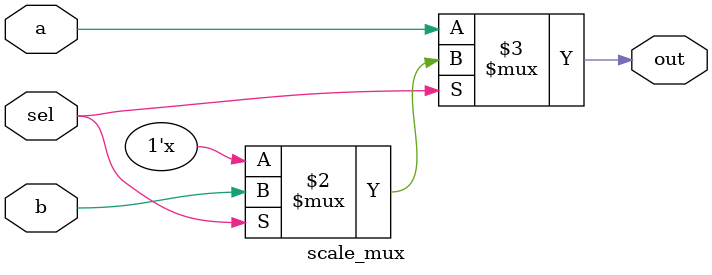
<source format=v>
module scale_mux (out,
                  sel,
                  b,
                  a);
    
    parameter size = 1;
    
    output [size-1:0] out;
    input [size-1:0] b,a;
    input sel;
    
    assign out = (!sel)?a:(sel)?b:{size{1'bx}};
    
endmodule

</source>
